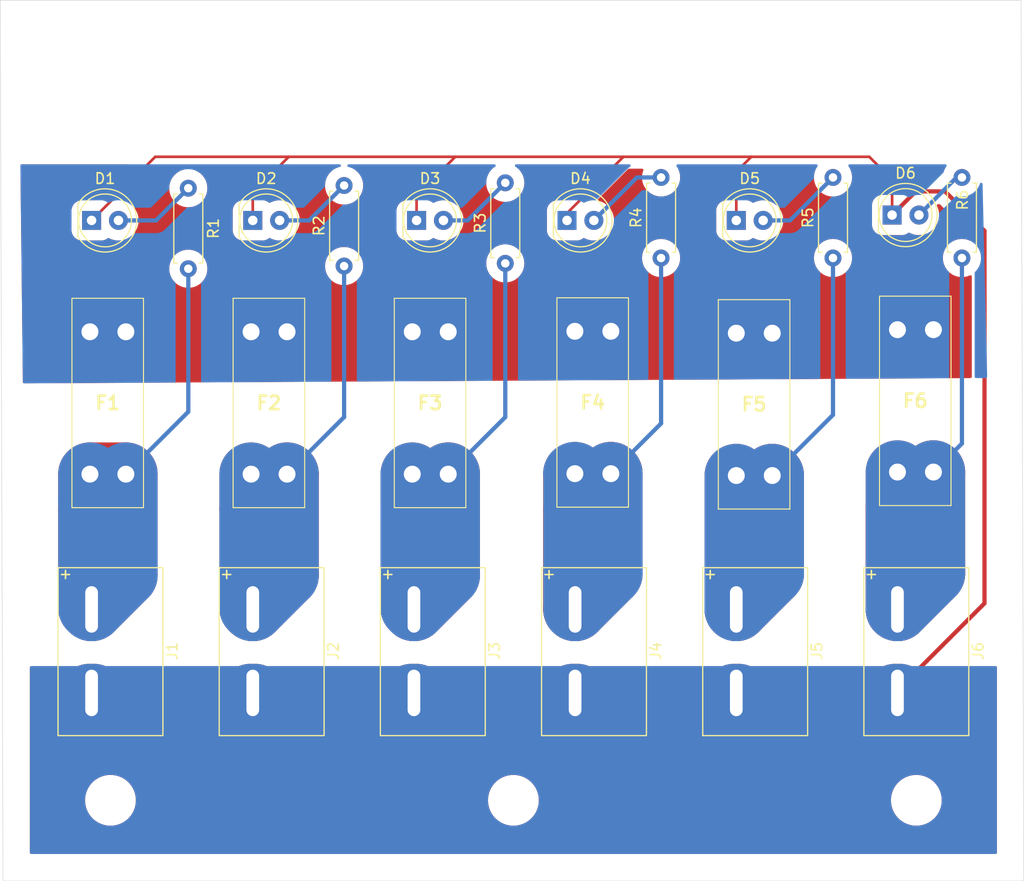
<source format=kicad_pcb>
(kicad_pcb (version 20240108) (generator "pcbnew") (generator_version "8.0")
  (layers (0 "F.Cu" signal) (31 "B.Cu" signal) (34 "B.Paste" user) (35 "F.Paste" user) (36 "B.SilkS" user "B.Silkscreen") (37 "F.SilkS" user "F.Silkscreen") (38 "B.Mask" user) (39 "F.Mask" user) (44 "Edge.Cuts" user))
  (net 0 "")
  (net 1 "Net-(J1-+ve)")
  (net 2 "Net-(D1-A)")
  (net 3 "Net-(D2-A)")
  (net 4 "Net-(D3-A)")
  (net 5 "Net-(D4-A)")
  (net 6 "Net-(D5-A)")
  (net 7 "Net-(D6-A)")
  (net 8 "Net-(J2-+ve)")
  (net 9 "Net-(J3-+ve)")
  (net 10 "Net-(J4-+ve)")
  (net 11 "Net-(J5-+ve)")
  (net 12 "Net-(J6-+ve)")
  (net 13 "0")
  (net 14 "+12V")
  (footprint "LED_THT:LED_D5.0mm" (layer "F.Cu") (at 85.085 50.8)
    (property "Reference" "D3" (at 1.27 -3.96 0) (layer "F.SilkS"))
    (property "Value" "LED")
    (fp_line (start -1.29 -1.545) (end -1.29 1.545) (stroke (width 0.12)) (layer "F.SilkS"))
    (fp_arc (start -1.29 -1.54483) (mid 2.071756 -2.880501) (end 4.26 -0.000048) (stroke (width 0.12)) (layer "F.SilkS"))
    (fp_arc (start 4.26 0.000048) (mid 2.071756 2.880501) (end -1.29 1.54483) (stroke (width 0.12)) (layer "F.SilkS"))
    (fp_circle (center 1.27 0) (end 3.77 0) (stroke (width 0.12)) (fill none) (layer "F.SilkS"))
    (pad "1" thru_hole rect (at 0 0) (size 1.8 1.8) (drill 0.9) (layers "*.Cu" "*.Mask") (net 13 "0"))
    (pad "2" thru_hole circle (at 2.54 0) (size 1.8 1.8) (drill 0.9) (layers "*.Cu" "*.Mask") (net 4 "Net-(D3-A)"))
  )
  (footprint "Library:Anderson_powerpole_2w" (layer "F.Cu") (at 84.836 87.604 -90)
    (property "Reference" "J3" (at 3.937 -7.62 90) (layer "F.SilkS"))
    (property "Value" "Anderson powerpole")
    (fp_line (start -3.95 3.175) (end 11.938 3.175) (stroke (width 0.12)) (layer "F.SilkS"))
    (fp_line (start -3.95 -6.744) (end -3.95 3.175) (stroke (width 0.12)) (layer "F.SilkS"))
    (fp_line (start -3.95 -6.744) (end 11.9 -6.744) (stroke (width 0.12)) (layer "F.SilkS"))
    (fp_line (start 11.938 -6.744) (end 11.938 3.175) (stroke (width 0.12)) (layer "F.SilkS"))
    (fp_text user "+" (at -3.302 2.54 90) (layer "F.SilkS"))
    (pad "1" thru_hole oval (at 0 0 270) (size 5.5 6) (drill oval 4.4 1.2) (layers "*.Cu" "*.Mask") (net 9 "Net-(J3-+ve)"))
    (pad "2" thru_hole oval (at 7.9 0 270) (size 5.5 6) (drill oval 4.4 1.2) (layers "*.Cu" "*.Mask") (net 13 "0"))
  )
  (footprint "LED_THT:LED_D5.0mm" (layer "F.Cu") (at 99.309 50.8)
    (property "Reference" "D4" (at 1.27 -3.96 0) (layer "F.SilkS"))
    (property "Value" "LED")
    (fp_line (start -1.29 -1.545) (end -1.29 1.545) (stroke (width 0.12)) (layer "F.SilkS"))
    (fp_arc (start -1.29 -1.54483) (mid 2.071756 -2.880501) (end 4.26 -0.000048) (stroke (width 0.12)) (layer "F.SilkS"))
    (fp_arc (start 4.26 0.000048) (mid 2.071756 2.880501) (end -1.29 1.54483) (stroke (width 0.12)) (layer "F.SilkS"))
    (fp_circle (center 1.27 0) (end 3.77 0) (stroke (width 0.12)) (fill none) (layer "F.SilkS"))
    (pad "1" thru_hole rect (at 0 0) (size 1.8 1.8) (drill 0.9) (layers "*.Cu" "*.Mask") (net 13 "0"))
    (pad "2" thru_hole circle (at 2.54 0) (size 1.8 1.8) (drill 0.9) (layers "*.Cu" "*.Mask") (net 5 "Net-(D4-A)"))
  )
  (footprint "LED_THT:LED_D5.0mm" (layer "F.Cu") (at 54.356 50.8)
    (property "Reference" "D1" (at 1.27 -3.96 0) (layer "F.SilkS"))
    (property "Value" "LED")
    (fp_line (start -1.29 -1.545) (end -1.29 1.545) (stroke (width 0.12)) (layer "F.SilkS"))
    (fp_arc (start -1.29 -1.54483) (mid 2.071756 -2.880501) (end 4.26 -0.000048) (stroke (width 0.12)) (layer "F.SilkS"))
    (fp_arc (start 4.26 0.000048) (mid 2.071756 2.880501) (end -1.29 1.54483) (stroke (width 0.12)) (layer "F.SilkS"))
    (fp_circle (center 1.27 0) (end 3.77 0) (stroke (width 0.12)) (fill none) (layer "F.SilkS"))
    (pad "1" thru_hole rect (at 0 0) (size 1.8 1.8) (drill 0.9) (layers "*.Cu" "*.Mask") (net 13 "0"))
    (pad "2" thru_hole circle (at 2.54 0) (size 1.8 1.8) (drill 0.9) (layers "*.Cu" "*.Mask") (net 2 "Net-(D1-A)"))
  )
  (footprint "LED_THT:LED_D5.0mm" (layer "F.Cu") (at 115.316 50.8)
    (property "Reference" "D5" (at 1.27 -3.96 0) (layer "F.SilkS"))
    (property "Value" "LED")
    (fp_line (start -1.29 -1.545) (end -1.29 1.545) (stroke (width 0.12)) (layer "F.SilkS"))
    (fp_arc (start -1.29 -1.54483) (mid 2.071756 -2.880501) (end 4.26 -0.000048) (stroke (width 0.12)) (layer "F.SilkS"))
    (fp_arc (start 4.26 0.000048) (mid 2.071756 2.880501) (end -1.29 1.54483) (stroke (width 0.12)) (layer "F.SilkS"))
    (fp_circle (center 1.27 0) (end 3.77 0) (stroke (width 0.12)) (fill none) (layer "F.SilkS"))
    (pad "1" thru_hole rect (at 0 0) (size 1.8 1.8) (drill 0.9) (layers "*.Cu" "*.Mask") (net 13 "0"))
    (pad "2" thru_hole circle (at 2.54 0) (size 1.8 1.8) (drill 0.9) (layers "*.Cu" "*.Mask") (net 6 "Net-(D5-A)"))
  )
  (footprint "Library:Anderson_powerpole_2w" (layer "F.Cu") (at 69.596 87.604 -90)
    (property "Reference" "J2" (at 3.937 -7.62 90) (layer "F.SilkS"))
    (property "Value" "Anderson powerpole")
    (fp_line (start -3.95 3.175) (end 11.938 3.175) (stroke (width 0.12)) (layer "F.SilkS"))
    (fp_line (start -3.95 -6.744) (end -3.95 3.175) (stroke (width 0.12)) (layer "F.SilkS"))
    (fp_line (start -3.95 -6.744) (end 11.9 -6.744) (stroke (width 0.12)) (layer "F.SilkS"))
    (fp_line (start 11.938 -6.744) (end 11.938 3.175) (stroke (width 0.12)) (layer "F.SilkS"))
    (fp_text user "+" (at -3.302 2.54 90) (layer "F.SilkS"))
    (pad "1" thru_hole oval (at 0 0 270) (size 5.5 6) (drill oval 4.4 1.2) (layers "*.Cu" "*.Mask") (net 8 "Net-(J2-+ve)"))
    (pad "2" thru_hole oval (at 7.9 0 270) (size 5.5 6) (drill oval 4.4 1.2) (layers "*.Cu" "*.Mask") (net 13 "0"))
  )
  (footprint "Resistor_THT:R_Axial_DIN0207_L6.3mm_D2.5mm_P7.62mm_Horizontal" (layer "F.Cu") (at 63.5 47.752 -90)
    (property "Reference" "R1" (at 3.81 -2.37 90) (layer "F.SilkS"))
    (property "Value" "2K2")
    (fp_line (start 0.54 1.37) (end 7.08 1.37) (stroke (width 0.12)) (layer "F.SilkS"))
    (fp_line (start 7.08 1.37) (end 7.08 1.04) (stroke (width 0.12)) (layer "F.SilkS"))
    (fp_line (start 0.54 1.04) (end 0.54 1.37) (stroke (width 0.12)) (layer "F.SilkS"))
    (fp_line (start 0.54 -1.04) (end 0.54 -1.37) (stroke (width 0.12)) (layer "F.SilkS"))
    (fp_line (start 0.54 -1.37) (end 7.08 -1.37) (stroke (width 0.12)) (layer "F.SilkS"))
    (fp_line (start 7.08 -1.37) (end 7.08 -1.04) (stroke (width 0.12)) (layer "F.SilkS"))
    (pad "1" thru_hole circle (at 0 0 270) (size 1.6 1.6) (drill 0.8) (layers "*.Cu" "*.Mask") (net 2 "Net-(D1-A)"))
    (pad "2" thru_hole oval (at 7.62 0 270) (size 1.6 1.6) (drill 0.8) (layers "*.Cu" "*.Mask") (net 1 "Net-(J1-+ve)"))
  )
  (footprint "LED_THT:LED_D5.0mm" (layer "F.Cu") (at 130.048 50.292)
    (property "Reference" "D6" (at 1.27 -3.96 0) (layer "F.SilkS"))
    (property "Value" "LED")
    (fp_line (start -1.29 -1.545) (end -1.29 1.545) (stroke (width 0.12)) (layer "F.SilkS"))
    (fp_arc (start -1.29 -1.54483) (mid 2.071756 -2.880501) (end 4.26 -0.000048) (stroke (width 0.12)) (layer "F.SilkS"))
    (fp_arc (start 4.26 0.000048) (mid 2.071756 2.880501) (end -1.29 1.54483) (stroke (width 0.12)) (layer "F.SilkS"))
    (fp_circle (center 1.27 0) (end 3.77 0) (stroke (width 0.12)) (fill none) (layer "F.SilkS"))
    (pad "1" thru_hole rect (at 0 0) (size 1.8 1.8) (drill 0.9) (layers "*.Cu" "*.Mask") (net 13 "0"))
    (pad "2" thru_hole circle (at 2.54 0) (size 1.8 1.8) (drill 0.9) (layers "*.Cu" "*.Mask") (net 7 "Net-(D6-A)"))
  )
  (footprint "Resistor_THT:R_Axial_DIN0207_L6.3mm_D2.5mm_P7.62mm_Horizontal" (layer "F.Cu") (at 124.46 54.356 90)
    (property "Reference" "R5" (at 3.81 -2.37 90) (layer "F.SilkS"))
    (property "Value" "2K2")
    (fp_line (start 7.08 -1.37) (end 7.08 -1.04) (stroke (width 0.12)) (layer "F.SilkS"))
    (fp_line (start 0.54 -1.37) (end 7.08 -1.37) (stroke (width 0.12)) (layer "F.SilkS"))
    (fp_line (start 0.54 -1.04) (end 0.54 -1.37) (stroke (width 0.12)) (layer "F.SilkS"))
    (fp_line (start 0.54 1.04) (end 0.54 1.37) (stroke (width 0.12)) (layer "F.SilkS"))
    (fp_line (start 7.08 1.37) (end 7.08 1.04) (stroke (width 0.12)) (layer "F.SilkS"))
    (fp_line (start 0.54 1.37) (end 7.08 1.37) (stroke (width 0.12)) (layer "F.SilkS"))
    (pad "1" thru_hole circle (at 0 0 90) (size 1.6 1.6) (drill 0.8) (layers "*.Cu" "*.Mask") (net 11 "Net-(J5-+ve)"))
    (pad "2" thru_hole oval (at 7.62 0 90) (size 1.6 1.6) (drill 0.8) (layers "*.Cu" "*.Mask") (net 6 "Net-(D5-A)"))
  )
  (footprint "Resistor_THT:R_Axial_DIN0207_L6.3mm_D2.5mm_P7.62mm_Horizontal" (layer "F.Cu") (at 78.232 55.118 90)
    (property "Reference" "R2" (at 3.81 -2.37 90) (layer "F.SilkS"))
    (property "Value" "2K2")
    (fp_line (start 7.08 -1.37) (end 7.08 -1.04) (stroke (width 0.12)) (layer "F.SilkS"))
    (fp_line (start 0.54 -1.37) (end 7.08 -1.37) (stroke (width 0.12)) (layer "F.SilkS"))
    (fp_line (start 0.54 -1.04) (end 0.54 -1.37) (stroke (width 0.12)) (layer "F.SilkS"))
    (fp_line (start 0.54 1.04) (end 0.54 1.37) (stroke (width 0.12)) (layer "F.SilkS"))
    (fp_line (start 7.08 1.37) (end 7.08 1.04) (stroke (width 0.12)) (layer "F.SilkS"))
    (fp_line (start 0.54 1.37) (end 7.08 1.37) (stroke (width 0.12)) (layer "F.SilkS"))
    (pad "1" thru_hole circle (at 0 0 90) (size 1.6 1.6) (drill 0.8) (layers "*.Cu" "*.Mask") (net 8 "Net-(J2-+ve)"))
    (pad "2" thru_hole oval (at 7.62 0 90) (size 1.6 1.6) (drill 0.8) (layers "*.Cu" "*.Mask") (net 3 "Net-(D2-A)"))
  )
  (footprint "Fuses:355720" (layer "F.Cu") (at 115.316 74.938 90)
    (property "Reference" "F5" (at 6.735 1.683 0) (layer "F.SilkS") (effects (font (size 1.27 1.27) (thickness 0.254))))
    (property "Value" "SamacSys_Parts_3557-20" (hide yes))
    (fp_line (start 16.64 -1.7) (end 16.64 5.065) (stroke (width 0.1)) (layer "F.SilkS"))
    (fp_line (start -3.17 -1.7) (end 16.64 -1.7) (stroke (width 0.1)) (layer "F.SilkS"))
    (fp_line (start 16.64 5.065) (end -3.17 5.065) (stroke (width 0.1)) (layer "F.SilkS"))
    (fp_line (start -3.17 5.065) (end -3.17 -1.7) (stroke (width 0.1)) (layer "F.SilkS"))
    (pad "1" thru_hole circle (at 0 0 90) (size 2.4 2.4) (drill 1.6) (layers "*.Cu" "*.Mask") (net 11 "Net-(J5-+ve)"))
    (pad "2" thru_hole circle (at 0 3.4 90) (size 2.4 2.4) (drill 1.6) (layers "*.Cu" "*.Mask") (net 11 "Net-(J5-+ve)"))
    (pad "3" thru_hole circle (at 13.47 3.4 90) (size 2.4 2.4) (drill 1.6) (layers "*.Cu" "*.Mask") (net 14 "+12V"))
    (pad "4" thru_hole circle (at 13.47 0 90) (size 2.4 2.4) (drill 1.6) (layers "*.Cu" "*.Mask") (net 14 "+12V"))
  )
  (footprint "Resistor_THT:R_Axial_DIN0207_L6.3mm_D2.5mm_P7.62mm_Horizontal" (layer "F.Cu") (at 93.472 54.864 90)
    (property "Reference" "R3" (at 3.81 -2.37 90) (layer "F.SilkS"))
    (property "Value" "2K2")
    (fp_line (start 7.08 -1.37) (end 7.08 -1.04) (stroke (width 0.12)) (layer "F.SilkS"))
    (fp_line (start 0.54 -1.37) (end 7.08 -1.37) (stroke (width 0.12)) (layer "F.SilkS"))
    (fp_line (start 0.54 -1.04) (end 0.54 -1.37) (stroke (width 0.12)) (layer "F.SilkS"))
    (fp_line (start 0.54 1.04) (end 0.54 1.37) (stroke (width 0.12)) (layer "F.SilkS"))
    (fp_line (start 7.08 1.37) (end 7.08 1.04) (stroke (width 0.12)) (layer "F.SilkS"))
    (fp_line (start 0.54 1.37) (end 7.08 1.37) (stroke (width 0.12)) (layer "F.SilkS"))
    (pad "1" thru_hole circle (at 0 0 90) (size 1.6 1.6) (drill 0.8) (layers "*.Cu" "*.Mask") (net 9 "Net-(J3-+ve)"))
    (pad "2" thru_hole oval (at 7.62 0 90) (size 1.6 1.6) (drill 0.8) (layers "*.Cu" "*.Mask") (net 4 "Net-(D3-A)"))
  )
  (footprint "Library:Anderson_powerpole_2w" (layer "F.Cu") (at 130.556 87.604 -90)
    (property "Reference" "J6" (at 3.937 -7.62 90) (layer "F.SilkS"))
    (property "Value" "Anderson powerpole")
    (fp_line (start -3.95 3.175) (end 11.938 3.175) (stroke (width 0.12)) (layer "F.SilkS"))
    (fp_line (start -3.95 -6.744) (end -3.95 3.175) (stroke (width 0.12)) (layer "F.SilkS"))
    (fp_line (start -3.95 -6.744) (end 11.9 -6.744) (stroke (width 0.12)) (layer "F.SilkS"))
    (fp_line (start 11.938 -6.744) (end 11.938 3.175) (stroke (width 0.12)) (layer "F.SilkS"))
    (fp_text user "+" (at -3.302 2.54 90) (layer "F.SilkS"))
    (pad "1" thru_hole oval (at 0 0 270) (size 5.5 6) (drill oval 4.4 1.2) (layers "*.Cu" "*.Mask") (net 12 "Net-(J6-+ve)"))
    (pad "2" thru_hole oval (at 7.9 0 270) (size 5.5 6) (drill oval 4.4 1.2) (layers "*.Cu" "*.Mask") (net 13 "0"))
  )
  (footprint "MountingHole:MountingHole_4.3mm_M4_DIN965" (layer "F.Cu") (at 131.064 39.116)
    (property "Reference" "REF**" (hide yes))
    (property "Value" "MountingHole_4.3mm_M4_DIN965")
    (pad "" np_thru_hole circle (at 0 0) (size 4.3 4.3) (drill 4.3) (layers "*.Cu" "*.Mask"))
  )
  (footprint "MountingHole:MountingHole_4.3mm_M4_DIN965" (layer "F.Cu") (at 54.356 39.116)
    (property "Reference" "REF**" (hide yes))
    (property "Value" "MountingHole_4.3mm_M4_DIN965")
    (pad "" np_thru_hole circle (at 0 0) (size 4.3 4.3) (drill 4.3) (layers "*.Cu" "*.Mask"))
  )
  (footprint "Library:Anderson_powerpole_2w" (layer "F.Cu") (at 100.076 87.604 -90)
    (property "Reference" "J4" (at 3.937 -7.62 90) (layer "F.SilkS"))
    (property "Value" "Anderson powerpole")
    (fp_line (start -3.95 3.175) (end 11.938 3.175) (stroke (width 0.12)) (layer "F.SilkS"))
    (fp_line (start -3.95 -6.744) (end -3.95 3.175) (stroke (width 0.12)) (layer "F.SilkS"))
    (fp_line (start -3.95 -6.744) (end 11.9 -6.744) (stroke (width 0.12)) (layer "F.SilkS"))
    (fp_line (start 11.938 -6.744) (end 11.938 3.175) (stroke (width 0.12)) (layer "F.SilkS"))
    (fp_text user "+" (at -3.302 2.54 90) (layer "F.SilkS"))
    (pad "1" thru_hole oval (at 0 0 270) (size 5.5 6) (drill oval 4.4 1.2) (layers "*.Cu" "*.Mask") (net 10 "Net-(J4-+ve)"))
    (pad "2" thru_hole oval (at 7.9 0 270) (size 5.5 6) (drill oval 4.4 1.2) (layers "*.Cu" "*.Mask") (net 13 "0"))
  )
  (footprint "MountingHole:MountingHole_4.3mm_M4_DIN965" (layer "F.Cu") (at 56.1405 105.664)
    (property "Reference" "REF**" (hide yes))
    (property "Value" "MountingHole_4.3mm_M4_DIN965")
    (pad "" np_thru_hole circle (at 0 0) (size 4.3 4.3) (drill 4.3) (layers "*.Cu" "*.Mask"))
  )
  (footprint "Fuses:355720" (layer "F.Cu") (at 69.4375 74.807 90)
    (property "Reference" "F2" (at 6.735 1.6825 180) (layer "F.SilkS") (effects (font (size 1.27 1.27) (thickness 0.254))))
    (property "Value" "SamacSys_Parts_3557-20" (hide yes))
    (fp_line (start 16.64 -1.7) (end 16.64 5.065) (stroke (width 0.1)) (layer "F.SilkS"))
    (fp_line (start -3.17 -1.7) (end 16.64 -1.7) (stroke (width 0.1)) (layer "F.SilkS"))
    (fp_line (start 16.64 5.065) (end -3.17 5.065) (stroke (width 0.1)) (layer "F.SilkS"))
    (fp_line (start -3.17 5.065) (end -3.17 -1.7) (stroke (width 0.1)) (layer "F.SilkS"))
    (pad "1" thru_hole circle (at 0 0 90) (size 2.4 2.4) (drill 1.6) (layers "*.Cu" "*.Mask") (net 8 "Net-(J2-+ve)"))
    (pad "2" thru_hole circle (at 0 3.4 90) (size 2.4 2.4) (drill 1.6) (layers "*.Cu" "*.Mask") (net 8 "Net-(J2-+ve)"))
    (pad "3" thru_hole circle (at 13.47 3.4 90) (size 2.4 2.4) (drill 1.6) (layers "*.Cu" "*.Mask") (net 14 "+12V"))
    (pad "4" thru_hole circle (at 13.47 0 90) (size 2.4 2.4) (drill 1.6) (layers "*.Cu" "*.Mask") (net 14 "+12V"))
  )
  (footprint "Resistor_THT:R_Axial_DIN0207_L6.3mm_D2.5mm_P7.62mm_Horizontal" (layer "F.Cu") (at 108.204 54.356 90)
    (property "Reference" "R4" (at 3.81 -2.37 90) (layer "F.SilkS"))
    (property "Value" "2K2")
    (fp_line (start 7.08 -1.37) (end 7.08 -1.04) (stroke (width 0.12)) (layer "F.SilkS"))
    (fp_line (start 0.54 -1.37) (end 7.08 -1.37) (stroke (width 0.12)) (layer "F.SilkS"))
    (fp_line (start 0.54 -1.04) (end 0.54 -1.37) (stroke (width 0.12)) (layer "F.SilkS"))
    (fp_line (start 0.54 1.04) (end 0.54 1.37) (stroke (width 0.12)) (layer "F.SilkS"))
    (fp_line (start 7.08 1.37) (end 7.08 1.04) (stroke (width 0.12)) (layer "F.SilkS"))
    (fp_line (start 0.54 1.37) (end 7.08 1.37) (stroke (width 0.12)) (layer "F.SilkS"))
    (pad "1" thru_hole circle (at 0 0 90) (size 1.6 1.6) (drill 0.8) (layers "*.Cu" "*.Mask") (net 10 "Net-(J4-+ve)"))
    (pad "2" thru_hole oval (at 7.62 0 90) (size 1.6 1.6) (drill 0.8) (layers "*.Cu" "*.Mask") (net 5 "Net-(D4-A)"))
  )
  (footprint "MountingHole:MountingHole_4.3mm_M4_DIN965" (layer "F.Cu") (at 93.472 39.116)
    (property "Reference" "REF**" (hide yes))
    (property "Value" "MountingHole_4.3mm_M4_DIN965")
    (pad "" np_thru_hole circle (at 0 0) (size 4.3 4.3) (drill 4.3) (layers "*.Cu" "*.Mask"))
  )
  (footprint "LED_THT:LED_D5.0mm" (layer "F.Cu") (at 69.596 50.8)
    (property "Reference" "D2" (at 1.27 -3.96 0) (layer "F.SilkS"))
    (property "Value" "LED")
    (fp_line (start -1.29 -1.545) (end -1.29 1.545) (stroke (width 0.12)) (layer "F.SilkS"))
    (fp_arc (start -1.29 -1.54483) (mid 2.071756 -2.880501) (end 4.26 -0.000048) (stroke (width 0.12)) (layer "F.SilkS"))
    (fp_arc (start 4.26 0.000048) (mid 2.071756 2.880501) (end -1.29 1.54483) (stroke (width 0.12)) (layer "F.SilkS"))
    (fp_circle (center 1.27 0) (end 3.77 0) (stroke (width 0.12)) (fill none) (layer "F.SilkS"))
    (pad "1" thru_hole rect (at 0 0) (size 1.8 1.8) (drill 0.9) (layers "*.Cu" "*.Mask") (net 13 "0"))
    (pad "2" thru_hole circle (at 2.54 0) (size 1.8 1.8) (drill 0.9) (layers "*.Cu" "*.Mask") (net 3 "Net-(D2-A)"))
  )
  (footprint "Resistor_THT:R_Axial_DIN0207_L6.3mm_D2.5mm_P7.62mm_Horizontal" (layer "F.Cu") (at 136.652 54.356 90)
    (property "Reference" "R6" (at 5.4864 0.0508 90) (layer "F.SilkS"))
    (property "Value" "2K2")
    (fp_line (start 7.08 -1.37) (end 7.08 -1.04) (stroke (width 0.12)) (layer "F.SilkS"))
    (fp_line (start 0.54 -1.37) (end 7.08 -1.37) (stroke (width 0.12)) (layer "F.SilkS"))
    (fp_line (start 0.54 -1.04) (end 0.54 -1.37) (stroke (width 0.12)) (layer "F.SilkS"))
    (fp_line (start 0.54 1.04) (end 0.54 1.37) (stroke (width 0.12)) (layer "F.SilkS"))
    (fp_line (start 7.08 1.37) (end 7.08 1.04) (stroke (width 0.12)) (layer "F.SilkS"))
    (fp_line (start 0.54 1.37) (end 7.08 1.37) (stroke (width 0.12)) (layer "F.SilkS"))
    (pad "1" thru_hole circle (at 0 0 90) (size 1.6 1.6) (drill 0.8) (layers "*.Cu" "*.Mask") (net 12 "Net-(J6-+ve)"))
    (pad "2" thru_hole oval (at 7.62 0 90) (size 1.6 1.6) (drill 0.8) (layers "*.Cu" "*.Mask") (net 7 "Net-(D6-A)"))
  )
  (footprint "Library:Anderson_powerpole_2w" (layer "F.Cu") (at 54.356 87.604 -90)
    (property "Reference" "J1" (at 3.937 -7.62 90) (layer "F.SilkS"))
    (property "Value" "Anderson powerpole")
    (fp_line (start -3.95 3.175) (end 11.938 3.175) (stroke (width 0.12)) (layer "F.SilkS"))
    (fp_line (start -3.95 -6.744) (end -3.95 3.175) (stroke (width 0.12)) (layer "F.SilkS"))
    (fp_line (start -3.95 -6.744) (end 11.9 -6.744) (stroke (width 0.12)) (layer "F.SilkS"))
    (fp_line (start 11.938 -6.744) (end 11.938 3.175) (stroke (width 0.12)) (layer "F.SilkS"))
    (fp_text user "+" (at -3.302 2.54 90) (layer "F.SilkS"))
    (pad "1" thru_hole oval (at 0 0 270) (size 5.5 6) (drill oval 4.4 1.2) (layers "*.Cu" "*.Mask") (net 1 "Net-(J1-+ve)"))
    (pad "2" thru_hole oval (at 7.9 0 270) (size 5.5 6) (drill oval 4.4 1.2) (layers "*.Cu" "*.Mask") (net 13 "0"))
  )
  (footprint "MountingHole:MountingHole_4.3mm_M4_DIN965" (layer "F.Cu") (at 132.3405 105.664)
    (property "Reference" "REF**" (hide yes))
    (property "Value" "MountingHole_4.3mm_M4_DIN965")
    (pad "" np_thru_hole circle (at 0 0) (size 4.3 4.3) (drill 4.3) (layers "*.Cu" "*.Mask"))
  )
  (footprint "MountingHole:MountingHole_4.3mm_M4_DIN965" (layer "F.Cu") (at 94.2405 105.664)
    (property "Reference" "REF**" (hide yes))
    (property "Value" "MountingHole_4.3mm_M4_DIN965")
    (pad "" np_thru_hole circle (at 0 0) (size 4.3 4.3) (drill 4.3) (layers "*.Cu" "*.Mask"))
  )
  (footprint "Library:Anderson_powerpole_2w" (layer "F.Cu") (at 115.316 87.604 -90)
    (property "Reference" "J5" (at 3.937 -7.62 90) (layer "F.SilkS"))
    (property "Value" "Anderson powerpole")
    (fp_line (start -3.95 3.175) (end 11.938 3.175) (stroke (width 0.12)) (layer "F.SilkS"))
    (fp_line (start -3.95 -6.744) (end -3.95 3.175) (stroke (width 0.12)) (layer "F.SilkS"))
    (fp_line (start -3.95 -6.744) (end 11.9 -6.744) (stroke (width 0.12)) (layer "F.SilkS"))
    (fp_line (start 11.938 -6.744) (end 11.938 3.175) (stroke (width 0.12)) (layer "F.SilkS"))
    (fp_text user "+" (at -3.302 2.54 90) (layer "F.SilkS"))
    (pad "1" thru_hole oval (at 0 0 270) (size 5.5 6) (drill oval 4.4 1.2) (layers "*.Cu" "*.Mask") (net 11 "Net-(J5-+ve)"))
    (pad "2" thru_hole oval (at 7.9 0 270) (size 5.5 6) (drill oval 4.4 1.2) (layers "*.Cu" "*.Mask") (net 13 "0"))
  )
  (footprint "Fuses:355720" (layer "F.Cu") (at 84.6775 74.807 90)
    (property "Reference" "F3" (at 6.735 1.683 180) (layer "F.SilkS") (effects (font (size 1.27 1.27) (thickness 0.254))))
    (property "Value" "SamacSys_Parts_3557-20" (hide yes))
    (fp_line (start 16.64 -1.7) (end 16.64 5.065) (stroke (width 0.1)) (layer "F.SilkS"))
    (fp_line (start -3.17 -1.7) (end 16.64 -1.7) (stroke (width 0.1)) (layer "F.SilkS"))
    (fp_line (start 16.64 5.065) (end -3.17 5.065) (stroke (width 0.1)) (layer "F.SilkS"))
    (fp_line (start -3.17 5.065) (end -3.17 -1.7) (stroke (width 0.1)) (layer "F.SilkS"))
    (pad "1" thru_hole circle (at 0 0 90) (size 2.4 2.4) (drill 1.6) (layers "*.Cu" "*.Mask") (net 9 "Net-(J3-+ve)"))
    (pad "2" thru_hole circle (at 0 3.4 90) (size 2.4 2.4) (drill 1.6) (layers "*.Cu" "*.Mask") (net 9 "Net-(J3-+ve)"))
    (pad "3" thru_hole circle (at 13.47 3.4 90) (size 2.4 2.4) (drill 1.6) (layers "*.Cu" "*.Mask") (net 14 "+12V"))
    (pad "4" thru_hole circle (at 13.47 0 90) (size 2.4 2.4) (drill 1.6) (layers "*.Cu" "*.Mask") (net 14 "+12V"))
  )
  (footprint "Fuses:355720" (layer "F.Cu") (at 100.0542 74.7602 90)
    (property "Reference" "F4" (at 6.735 1.6825 180) (layer "F.SilkS") (effects (font (size 1.27 1.27) (thickness 0.254))))
    (property "Value" "SamacSys_Parts_3557-20" (hide yes))
    (fp_line (start 16.64 -1.7) (end 16.64 5.065) (stroke (width 0.1)) (layer "F.SilkS"))
    (fp_line (start -3.17 -1.7) (end 16.64 -1.7) (stroke (width 0.1)) (layer "F.SilkS"))
    (fp_line (start 16.64 5.065) (end -3.17 5.065) (stroke (width 0.1)) (layer "F.SilkS"))
    (fp_line (start -3.17 5.065) (end -3.17 -1.7) (stroke (width 0.1)) (layer "F.SilkS"))
    (pad "1" thru_hole circle (at 0 0 90) (size 2.4 2.4) (drill 1.6) (layers "*.Cu" "*.Mask") (net 10 "Net-(J4-+ve)"))
    (pad "2" thru_hole circle (at 0 3.4 90) (size 2.4 2.4) (drill 1.6) (layers "*.Cu" "*.Mask") (net 10 "Net-(J4-+ve)"))
    (pad "3" thru_hole circle (at 13.47 3.4 90) (size 2.4 2.4) (drill 1.6) (layers "*.Cu" "*.Mask") (net 14 "+12V"))
    (pad "4" thru_hole circle (at 13.47 0 90) (size 2.4 2.4) (drill 1.6) (layers "*.Cu" "*.Mask") (net 14 "+12V"))
  )
  (footprint "Fuses:355720" (layer "F.Cu") (at 130.556 74.6078 90)
    (property "Reference" "F6" (at 6.735 1.683 0) (layer "F.SilkS") (effects (font (size 1.27 1.27) (thickness 0.254))))
    (property "Value" "SamacSys_Parts_3557-20" (hide yes))
    (fp_line (start 16.64 -1.7) (end 16.64 5.065) (stroke (width 0.1)) (layer "F.SilkS"))
    (fp_line (start -3.17 -1.7) (end 16.64 -1.7) (stroke (width 0.1)) (layer "F.SilkS"))
    (fp_line (start 16.64 5.065) (end -3.17 5.065) (stroke (width 0.1)) (layer "F.SilkS"))
    (fp_line (start -3.17 5.065) (end -3.17 -1.7) (stroke (width 0.1)) (layer "F.SilkS"))
    (pad "1" thru_hole circle (at 0 0 90) (size 2.4 2.4) (drill 1.6) (layers "*.Cu" "*.Mask") (net 12 "Net-(J6-+ve)"))
    (pad "2" thru_hole circle (at 0 3.4 90) (size 2.4 2.4) (drill 1.6) (layers "*.Cu" "*.Mask") (net 12 "Net-(J6-+ve)"))
    (pad "3" thru_hole circle (at 13.47 3.4 90) (size 2.4 2.4) (drill 1.6) (layers "*.Cu" "*.Mask") (net 14 "+12V"))
    (pad "4" thru_hole circle (at 13.47 0 90) (size 2.4 2.4) (drill 1.6) (layers "*.Cu" "*.Mask") (net 14 "+12V"))
  )
  (footprint "Fuses:355720" (layer "F.Cu") (at 54.1975 74.807 90)
    (property "Reference" "F1" (at 6.735 1.6825 180) (layer "F.SilkS") (effects (font (size 1.27 1.27) (thickness 0.254))))
    (property "Value" "SamacSys_Parts_3557-20" (hide yes))
    (fp_line (start 16.64 -1.7) (end 16.64 5.065) (stroke (width 0.1)) (layer "F.SilkS"))
    (fp_line (start -3.17 -1.7) (end 16.64 -1.7) (stroke (width 0.1)) (layer "F.SilkS"))
    (fp_line (start 16.64 5.065) (end -3.17 5.065) (stroke (width 0.1)) (layer "F.SilkS"))
    (fp_line (start -3.17 5.065) (end -3.17 -1.7) (stroke (width 0.1)) (layer "F.SilkS"))
    (pad "1" thru_hole circle (at 0 0 90) (size 2.4 2.4) (drill 1.6) (layers "*.Cu" "*.Mask") (net 1 "Net-(J1-+ve)"))
    (pad "2" thru_hole circle (at 0 3.4 90) (size 2.4 2.4) (drill 1.6) (layers "*.Cu" "*.Mask") (net 1 "Net-(J1-+ve)"))
    (pad "3" thru_hole circle (at 13.47 3.4 90) (size 2.4 2.4) (drill 1.6) (layers "*.Cu" "*.Mask") (net 14 "+12V"))
    (pad "4" thru_hole circle (at 13.47 0 90) (size 2.4 2.4) (drill 1.6) (layers "*.Cu" "*.Mask") (net 14 "+12V"))
  )
  (gr_line (start 142.24 29.972) (end 142.5005 113.284) (stroke (width 0.05)) (layer "Edge.Cuts"))
  (gr_line (start 142.5005 113.284) (end 45.9805 113.284) (stroke (width 0.05)) (layer "Edge.Cuts"))
  (gr_line (start 45.9805 113.284) (end 45.72 29.972) (stroke (width 0.05)) (layer "Edge.Cuts"))
  (gr_line (start 45.72 29.972) (end 142.24 29.972) (stroke (width 0.05)) (layer "Edge.Cuts"))
  (segment (start 54.1975 74.807) (end 57.5975 74.807) (width 6) (layer "F.Cu") (net 1))
  (segment (start 57.8398 74.807) (end 54.1975 74.807) (width 0.4) (layer "F.Cu") (net 1))
  (segment (start 57.5975 74.807) (end 57.8398 74.807) (width 0.4) (layer "F.Cu") (net 1))
  (segment (start 54.1975 74.807) (end 54.1975 78.232) (width 6) (layer "F.Cu") (net 1))
  (segment (start 54.1975 78.232) (end 54.1975 87.4455) (width 6) (layer "F.Cu") (net 1))
  (segment (start 57.8398 74.807) (end 57.8866 74.8538) (width 0.4) (layer "F.Cu") (net 1))
  (segment (start 57.5975 84.3625) (end 54.356 87.604) (width 6) (layer "F.Cu") (net 1))
  (segment (start 57.5975 74.807) (end 57.5975 84.3625) (width 6) (layer "F.Cu") (net 1))
  (segment (start 54.1975 87.4455) (end 54.356 87.604) (width 6) (layer "F.Cu") (net 1))
  (segment (start 63.5 68.9045) (end 59.63635 72.76815) (width 0.4) (layer "B.Cu") (net 1))
  (segment (start 54.1975 74.807) (end 54.1975 77.3684) (width 6) (layer "B.Cu") (net 1))
  (segment (start 54.1975 87.4455) (end 54.356 87.604) (width 6) (layer "B.Cu") (net 1))
  (segment (start 58.2111 74.1934) (end 56.1594 74.1934) (width 0.4) (layer "B.Cu") (net 1))
  (segment (start 54.1975 77.3684) (end 54.1975 87.4455) (width 6) (layer "B.Cu") (net 1))
  (segment (start 59.63635 72.76815) (end 57.5975 74.807) (width 0.4) (layer "B.Cu") (net 1))
  (segment (start 57.5975 74.807) (end 57.5975 84.3625) (width 6) (layer "B.Cu") (net 1))
  (segment (start 63.5 55.372) (end 63.5 68.9045) (width 0.4) (layer "B.Cu") (net 1))
  (segment (start 59.63635 72.76815) (end 58.2111 74.1934) (width 0.4) (layer "B.Cu") (net 1))
  (segment (start 57.5975 84.3625) (end 54.356 87.604) (width 6) (layer "B.Cu") (net 1))
  (segment (start 60.452 50.8) (end 63.5 47.752) (width 0.4) (layer "B.Cu") (net 2))
  (segment (start 56.896 50.8) (end 60.452 50.8) (width 0.4) (layer "B.Cu") (net 2))
  (segment (start 72.136 50.8) (end 74.93 50.8) (width 0.4) (layer "B.Cu") (net 3))
  (segment (start 74.93 50.8) (end 78.232 47.498) (width 0.4) (layer "B.Cu") (net 3))
  (segment (start 87.625 50.8) (end 89.916 50.8) (width 0.4) (layer "B.Cu") (net 4))
  (segment (start 89.916 50.8) (end 93.472 47.244) (width 0.4) (layer "B.Cu") (net 4))
  (segment (start 105.913 46.736) (end 108.204 46.736) (width 0.4) (layer "B.Cu") (net 5))
  (segment (start 101.849 50.8) (end 105.913 46.736) (width 0.4) (layer "B.Cu") (net 5))
  (segment (start 120.396 50.8) (end 124.46 46.736) (width 0.4) (layer "B.Cu") (net 6))
  (segment (start 117.856 50.8) (end 120.396 50.8) (width 0.4) (layer "B.Cu") (net 6))
  (segment (start 132.588 50.292) (end 136.144 46.736) (width 0.4) (layer "B.Cu") (net 7))
  (segment (start 136.144 46.736) (end 136.652 46.736) (width 0.4) (layer "B.Cu") (net 7))
  (segment (start 69.5141 78.1304) (end 72.8375 74.807) (width 6) (layer "F.Cu") (net 8))
  (segment (start 72.8375 74.807) (end 72.8375 84.3625) (width 6) (layer "F.Cu") (net 8))
  (segment (start 69.4375 78.1304) (end 69.4375 87.4455) (width 6) (layer "F.Cu") (net 8))
  (segment (start 69.4375 74.807) (end 69.4375 78.1304) (width 6) (layer "F.Cu") (net 8))
  (segment (start 69.4375 87.4455) (end 69.596 87.604) (width 6) (layer "F.Cu") (net 8))
  (segment (start 72.8375 84.3625) (end 69.596 87.604) (width 6) (layer "F.Cu") (net 8))
  (segment (start 69.4375 78.1304) (end 69.5141 78.1304) (width 6) (layer "F.Cu") (net 8))
  (segment (start 69.4375 74.807) (end 69.4375 87.4455) (width 6) (layer "B.Cu") (net 8))
  (segment (start 69.4375 87.4455) (end 69.596 87.604) (width 6) (layer "B.Cu") (net 8))
  (segment (start 72.8375 74.807) (end 72.8375 84.3625) (width 6) (layer "B.Cu") (net 8))
  (segment (start 72.8375 74.807) (end 78.232 69.4125) (width 0.4) (layer "B.Cu") (net 8))
  (segment (start 78.232 69.4125) (end 78.232 55.118) (width 0.4) (layer "B.Cu") (net 8))
  (segment (start 72.8375 84.3625) (end 69.596 87.604) (width 6) (layer "B.Cu") (net 8))
  (segment (start 84.6775 77.978) (end 84.6775 87.4455) (width 6) (layer "F.Cu") (net 9))
  (segment (start 84.9065 77.978) (end 88.0775 74.807) (width 6) (layer "F.Cu") (net 9))
  (segment (start 84.6775 87.4455) (end 84.836 87.604) (width 6) (layer "F.Cu") (net 9))
  (segment (start 84.6775 77.978) (end 84.9065 77.978) (width 6) (layer "F.Cu") (net 9))
  (segment (start 88.0775 84.3625) (end 84.836 87.604) (width 6) (layer "F.Cu") (net 9))
  (segment (start 88.0775 74.807) (end 88.0775 84.3625) (width 6) (layer "F.Cu") (net 9))
  (segment (start 84.6775 74.807) (end 84.6775 77.978) (width 6) (layer "F.Cu") (net 9))
  (segment (start 88.0775 74.807) (end 88.0775 84.3625) (width 6) (layer "B.Cu") (net 9))
  (segment (start 93.472 69.4125) (end 93.472 54.864) (width 0.4) (layer "B.Cu") (net 9))
  (segment (start 84.6775 78.207) (end 84.6775 78.5622) (width 6) (layer "B.Cu") (net 9))
  (segment (start 84.6775 78.5622) (end 84.6775 87.4455) (width 6) (layer "B.Cu") (net 9))
  (segment (start 88.0775 84.3625) (end 84.836 87.604) (width 6) (layer "B.Cu") (net 9))
  (segment (start 84.6775 87.4455) (end 84.836 87.604) (width 6) (layer "B.Cu") (net 9))
  (segment (start 84.6775 74.807) (end 84.6775 78.5622) (width 6) (layer "B.Cu") (net 9))
  (segment (start 88.0775 74.807) (end 93.472 69.4125) (width 0.4) (layer "B.Cu") (net 9))
  (segment (start 100.076 87.604) (end 100.076 78.1384) (width 6) (layer "F.Cu") (net 10))
  (segment (start 100.076 78.1384) (end 103.4542 74.7602) (width 6) (layer "F.Cu") (net 10))
  (segment (start 103.4542 74.7602) (end 103.4542 84.2258) (width 6) (layer "F.Cu") (net 10))
  (segment (start 100.0542 87.5822) (end 100.076 87.604) (width 6) (layer "F.Cu") (net 10))
  (segment (start 100.0542 74.7602) (end 100.0542 87.5822) (width 6) (layer "F.Cu") (net 10))
  (segment (start 103.4542 84.2258) (end 100.076 87.604) (width 6) (layer "F.Cu") (net 10))
  (segment (start 103.4542 74.7602) (end 108.204 70.0104) (width 0.4) (layer "B.Cu") (net 10))
  (segment (start 100.076 87.604) (end 100.076 74.782) (width 6) (layer "B.Cu") (net 10))
  (segment (start 108.204 70.0104) (end 108.204 54.356) (width 0.4) (layer "B.Cu") (net 10))
  (segment (start 100.076 74.782) (end 100.0542 74.7602) (width 6) (layer "B.Cu") (net 10))
  (segment (start 103.4542 84.2258) (end 100.076 87.604) (width 6) (layer "B.Cu") (net 10))
  (segment (start 103.4542 74.7602) (end 103.4542 84.2258) (width 6) (layer "B.Cu") (net 10))
  (segment (start 115.316 74.938) (end 115.316 78.1812) (width 6) (layer "F.Cu") (net 11))
  (segment (start 118.716 74.938) (end 118.716 84.204) (width 6) (layer "F.Cu") (net 11))
  (segment (start 115.316 78.1812) (end 115.316 87.604) (width 6) (layer "F.Cu") (net 11))
  (segment (start 115.316 78.1812) (end 115.4728 78.1812) (width 6) (layer "F.Cu") (net 11))
  (segment (start 118.716 84.204) (end 115.316 87.604) (width 6) (layer "F.Cu") (net 11))
  (segment (start 115.4728 78.1812) (end 118.716 74.938) (width 6) (layer "F.Cu") (net 11))
  (segment (start 118.716 74.938) (end 118.716 84.204) (width 6) (layer "B.Cu") (net 11))
  (segment (start 115.316 74.938) (end 115.316 87.604) (width 6) (layer "B.Cu") (net 11))
  (segment (start 118.716 84.204) (end 115.316 87.604) (width 6) (layer "B.Cu") (net 11))
  (segment (start 124.46 69.194) (end 118.716 74.938) (width 0.4) (layer "B.Cu") (net 11))
  (segment (start 124.46 54.356) (end 124.46 69.194) (width 0.4) (layer "B.Cu") (net 11))
  (segment (start 130.556 78.0078) (end 133.956 74.6078) (width 6) (layer "F.Cu") (net 12))
  (segment (start 130.556 87.604) (end 130.556 78.0078) (width 6) (layer "F.Cu") (net 12))
  (segment (start 130.556 87.604) (end 130.556 74.6078) (width 6) (layer "F.Cu") (net 12))
  (segment (start 133.956 84.204) (end 130.556 87.604) (width 6) (layer "F.Cu") (net 12))
  (segment (start 133.956 74.6078) (end 133.956 84.204) (width 6) (layer "F.Cu") (net 12))
  (segment (start 130.556 74.6078) (end 130.556 87.604) (width 6) (layer "B.Cu") (net 12))
  (segment (start 133.956 84.204) (end 130.556 87.604) (width 6) (layer "B.Cu") (net 12))
  (segment (start 133.956 74.6078) (end 136.652 71.9118) (width 0.4) (layer "B.Cu") (net 12))
  (segment (start 133.956 74.6078) (end 133.956 84.204) (width 6) (layer "B.Cu") (net 12))
  (segment (start 136.652 71.9118) (end 136.652 54.356) (width 0.4) (layer "B.Cu") (net 12))
  (segment (start 130.048 46.9392) (end 127.889 44.7802) (width 0.25) (layer "F.Cu") (net 13))
  (segment (start 130.556 95.254) (end 138.7856 87.0244) (width 0.4) (layer "F.Cu") (net 13))
  (segment (start 135.0518 48.0568) (end 132.2832 48.0568) (width 0.4) (layer "F.Cu") (net 13))
  (segment (start 88.7476 44.7802) (end 72.9996 44.7802) (width 0.25) (layer "F.Cu") (net 13))
  (segment (start 99.309 50.1192) (end 104.648 44.7802) (width 0.25) (layer "F.Cu") (net 13))
  (segment (start 60.3758 44.7802) (end 54.356 50.8) (width 0.25) (layer "F.Cu") (net 13))
  (segment (start 127.889 44.7802) (end 116.7384 44.7802) (width 0.25) (layer "F.Cu") (net 13))
  (segment (start 72.9996 44.7802) (end 60.3758 44.7802) (width 0.25) (layer "F.Cu") (net 13))
  (segment (start 104.648 44.7802) (end 88.7476 44.7802) (width 0.25) (layer "F.Cu") (net 13))
  (segment (start 130.048 50.292) (end 130.048 46.9392) (width 0.25) (layer "F.Cu") (net 13))
  (segment (start 69.596 51.2826) (end 69.596 50.8) (width 0.4) (layer "F.Cu") (net 13))
  (segment (start 69.596 50.8) (end 69.596 48.1838) (width 0.25) (layer "F.Cu") (net 13))
  (segment (start 130.048 50.7492) (end 130.048 50.292) (width 0.4) (layer "F.Cu") (net 13))
  (segment (start 85.085 50.8) (end 85.085 48.4428) (width 0.25) (layer "F.Cu") (net 13))
  (segment (start 115.316 50.8) (end 115.316 46.2026) (width 0.25) (layer "F.Cu") (net 13))
  (segment (start 99.309 50.8) (end 99.309 50.1192) (width 0.25) (layer "F.Cu") (net 13))
  (segment (start 69.596 48.1838) (end 72.9996 44.7802) (width 0.25) (layer "F.Cu") (net 13))
  (segment (start 116.7384 44.7802) (end 104.648 44.7802) (width 0.25) (layer "F.Cu") (net 13))
  (segment (start 132.2832 48.0568) (end 130.048 50.292) (width 0.4) (layer "F.Cu") (net 13))
  (segment (start 115.316 46.2026) (end 116.7384 44.7802) (width 0.25) (layer "F.Cu") (net 13))
  (segment (start 138.7856 51.7906) (end 135.0518 48.0568) (width 0.4) (layer "F.Cu") (net 13))
  (segment (start 138.7856 87.0244) (end 138.7856 51.7906) (width 0.4) (layer "F.Cu") (net 13))
  (segment (start 85.085 48.4428) (end 88.7476 44.7802) (width 0.25) (layer "F.Cu") (net 13))
  (segment (start 130.556 95.504) (end 130.556 95.254) (width 0.4) (layer "F.Cu") (net 13))
  (zone (net 13) (net_name "0") (layers "F&B.Cu") (priority 1) (connect_pads (clearance 1)) (min_thickness 0.25) (fill yes (thermal_gap 0.5) (thermal_bridge_width 0.5))
    (polygon (pts (xy 48.5205 92.964) (xy 139.9605 92.964) (xy 139.9605 110.744) (xy 48.5205 110.744)))
  )
  (zone (net 14) (net_name "+12V") (layers "F&B.Cu") (connect_pads yes (clearance 1)) (min_thickness 0.25) (fill yes (thermal_gap 0.5) (thermal_bridge_width 0.5))
    (polygon (pts (xy 47.625 45.4914) (xy 138.557 45.4914) (xy 139.0396 65.7098) (xy 47.8601 66.2178)))
  )
)
</source>
